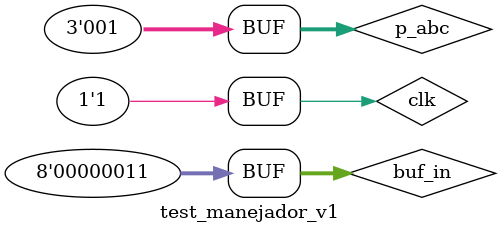
<source format=v>
`timescale 1ns / 1ps

`define ADD  6'b100000
`define SUB  6'b100010
`define AND  6'b100100
`define OR   6'b100101
`define XOR  6'b100110
`define SRA  6'b000011
`define SRL  6'b000010
`define NOR  6'b100111


module test_manejador_v1;

	// Parametros internos utilizados en test bench
	parameter msb = 7;
	// Inputs
	reg clk;
	reg [2:0] p_abc;
	reg [msb:0] buf_in;

	// Outputs
	wire [msb:0]dato_R;

	// Instantiate the Unit Under Test (UUT)
	manejador_ALU #(.nbits(msb+1))
	uut (
		.clk(clk), 
		.p_abc(p_abc), 
		.buf_in(buf_in), 
		.dato_R(dato_R)
	);

	initial begin
		// Initialize Inputs
		buf_in = 20; // cargamos operando A con 20
		p_abc = 3'b100; // presionamos pulsador A para tomar carga
		
		// Add stimulus here

		// Wait 100 ns for global reset to finish
		#100;
		buf_in = 7; // cargamos operando B con 7
		p_abc = 3'b010; // presionamos pulsador B para tomar carga
		
		// Verificacion de operaciones aritmeticas
		#100;
		buf_in = `ADD; //ADD; // cargamos operacion ADD
		p_abc = 3'b001; // presionamos pulsador para tomar operacion
		
		#100;
		buf_in = `SUB;//SUB; // cargamos operacion SUB
		p_abc = 3'b000; // presionamos pulsador para tomar operacion
		
		#100;
		buf_in = `SUB;//SUB; // cargamos operacion SUB
		p_abc = 3'b001; // presionamos pulsador para tomar operacion
		
		// Verificacion de operaciones logicas
		#100;
		buf_in = `AND;// // cargamos operacion AND
		p_abc = 3'b001; // presionamos pulsador para tomar operacion
		
		#100;
		buf_in = `OR;//OR; // cargamos operacion OR
		p_abc = 3'b001; // presionamos pulsador para tomar operacion
		
		#100;
		buf_in = `XOR;//XOR; // cargamos operacion XOR
		p_abc = 3'b001; // presionamos pulsador para tomar operacion
		
		#100;
		buf_in = `NOR;//NOR; // cargamos operacion NOR
		p_abc = 3'b001; // presionamos pulsador para tomar operacion
		
		//Recargamos valores de A y B
		#100;
		buf_in = 8'b01100000; // cargamos operando A
		p_abc = 3'b100; // presionamos pulsador A para tomar carga
		
		#100;
		buf_in = 2; // cargamos operando B con 2 desplazamientos
		p_abc = 3'b010; // presionamos pulsador B para tomar carga
		
		// Verificacion de operaciones de desplazamiento
		#100;
		buf_in = `SRL;//SRL; // cargamos operacion SRL
		p_abc = 3'b001; // presionamos pulsador para tomar operacion
		
		#100;
		buf_in = `SRA;//SRA; // cargamos operacion SRA
		p_abc = 3'b001; // presionamos pulsador para tomar operacion
		
		//Recargamos valores de A y B
		#100;
		buf_in = 8'b11100000; // cargamos operando A
		p_abc = 3'b100; // presionamos pulsador A para tomar carga
		
		// Verificacion de operaciones de desplazamiento
		#100;
		buf_in = `SRL;//SRL; // cargamos operacion SRL
		p_abc = 3'b001; // presionamos pulsador para tomar operacion
		
		#100;
		buf_in = `SRA;//SRA; // cargamos operacion SRA
		p_abc = 3'b001; // presionamos pulsador para tomar operacion
		

	end
	
	
	// Generacion de clock en circuito secuencial
	always begin
		clk = 1'b0;
		#(100/2) clk = 1'b1;
		#(100/2);
	
	end
      
endmodule


</source>
